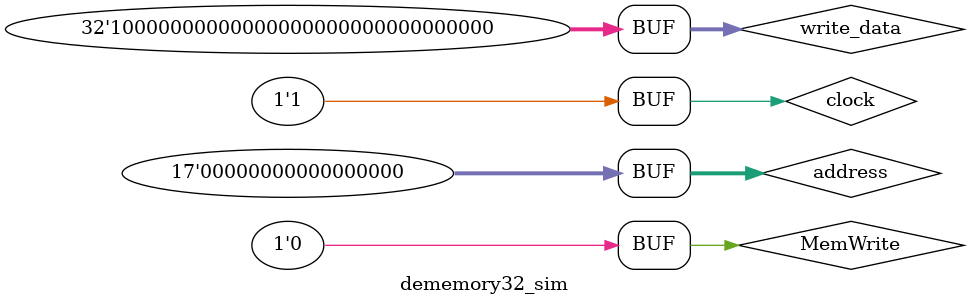
<source format=v>
`timescale 1ns / 1ps


module dememory32_sim(
    );
    //output
    wire[31:0] read_data;//´æ´¢Æ÷×îÖÕÊä³öµÄÊý¾Ý
    //input00000010000100011001000000100000,
    reg[16:0] address=17'b00000000000000000;
    reg[31:0] write_data=32'b10000000000000000000000000000000;//À´×ÔÒëÂëµ¥ÔªµÄÊä³ö->´æµ½´æ´¢Æ÷ÖÐ
    reg MemWrite=0;//Ð´´æ´¢Æ÷À´×Ô¿ØÖÆµ¥Ôª
    reg clock=1;
   
    dmemory32 dmemory( 
        .read_data(read_data),
        .address(address),
        .write_data(write_data),
        .MemWrite(MemWrite),
        .clock(clock)
        );
        
        initial begin
           #0 MemWrite=0;//¶Á
           #5 clock=~clock;
           #5 clock=~clock;
          
           #0 MemWrite=1;//Ð´
           #5 clock=~clock;
           #5 clock=~clock;
  
           #0 MemWrite=0;//¶Á
           #5 clock=~clock;
           #5 clock=~clock;

         end
endmodule

</source>
